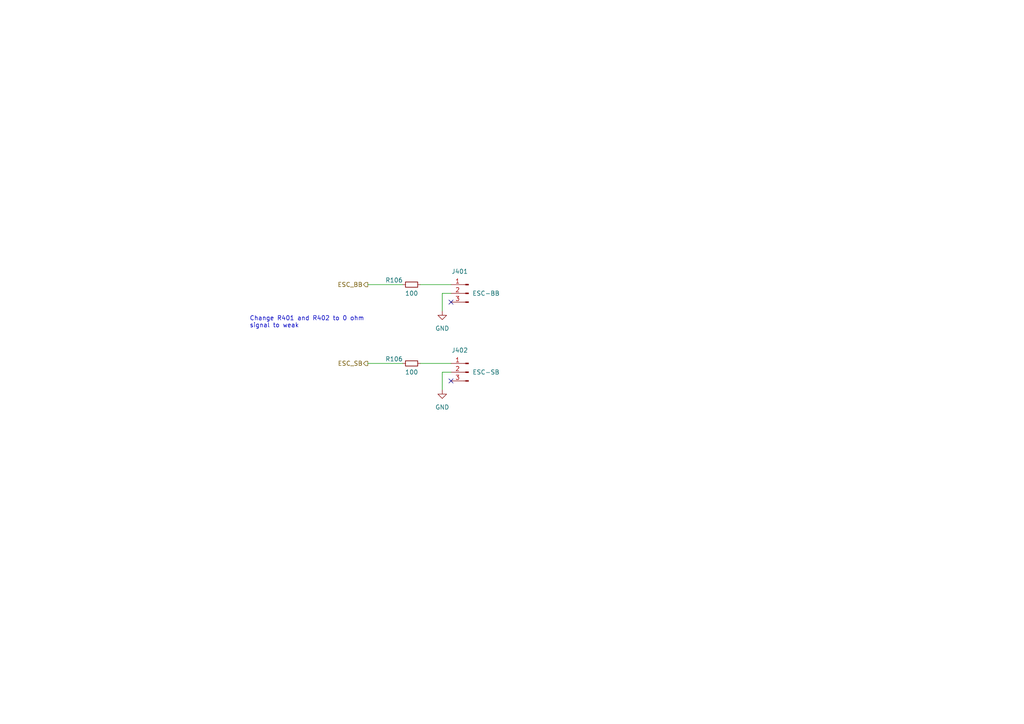
<source format=kicad_sch>
(kicad_sch (version 20230121) (generator eeschema)
  (paper "A4")
  (lib_symbols
    (symbol "Connector:Conn_01x03_Pin" (pin_names (offset 1.016) hide)
      (property "Reference" "J" (at 0 5.08 0))
      (property "Value" "Conn_01x03_Pin" (at 0 -5.08 0))
      (symbol "Conn_01x03_Pin_1_1"
        (polyline (pts (xy 1.27 -2.54) (xy 0.8636 -2.54)) (stroke (width 0.1524)))
        (polyline (pts (xy 1.27 0) (xy 0.8636 0)) (stroke (width 0.1524)))
        (polyline (pts (xy 1.27 2.54) (xy 0.8636 2.54)) (stroke (width 0.1524)))
        (rectangle (start 0.8636 -2.413) (end 0 -2.667) (stroke (width 0.1524)) (fill (type outline)))
        (rectangle (start 0.8636 0.127) (end 0 -0.127) (stroke (width 0.1524)) (fill (type outline)))
        (rectangle (start 0.8636 2.667) (end 0 2.413) (stroke (width 0.1524)) (fill (type outline)))
        (pin passive line (at 5.08 2.54 180) (length 3.81) (name "Pin_1") (number "1"))
        (pin passive line (at 5.08 0 180) (length 3.81) (name "Pin_2") (number "2"))
        (pin passive line (at 5.08 -2.54 180) (length 3.81) (name "Pin_3") (number "3"))
      )
    )
    (symbol "Device:R_Small" (pin_numbers hide) (pin_names (offset 0.254) hide)
      (property "Reference" "R" (at 0.762 0.508 0))
      (property "Value" "R_Small" (at 0.762 -1.016 0))
      (symbol "R_Small_0_1"
        (rectangle (start -0.762 1.778) (end 0.762 -1.778) (stroke (width 0.2032)))
      )
      (symbol "R_Small_1_1"
        (pin passive line (at 0 2.54 270) (length 0.762) (name "~") (number "1"))
        (pin passive line (at 0 -2.54 90) (length 0.762) (name "~") (number "2"))
      )
    )
    (symbol "power:GND" (power) (pin_names (offset 0))
      (property "Value" "GND" (at 0 -3.81 0))
      (symbol "GND_0_1"
        (polyline (pts (xy 0 0) (xy 0 -1.27) (xy 1.27 -1.27) (xy 0 -2.54) (xy -1.27 -1.27) (xy 0 -1.27)))
      )
      (symbol "GND_1_1"
        (pin power_in line (at 0 0 270) (length 0) hide (name "GND") (number "1"))
      )
    )
  )
  (no_connect (at 130.81 110.49))
  (no_connect (at 130.81 87.63))
  (wire (pts (xy 121.92 105.41) (xy 130.81 105.41)))
  (wire (pts (xy 106.68 82.55) (xy 116.84 82.55)))
  (wire (pts (xy 106.68 105.41) (xy 116.84 105.41)))
  (wire (pts (xy 121.92 82.55) (xy 130.81 82.55)))
  (wire (pts (xy 128.27 107.95) (xy 128.27 113.03)))
  (wire (pts (xy 128.27 85.09) (xy 128.27 90.17)))
  (wire (pts (xy 130.81 85.09) (xy 128.27 85.09)))
  (wire (pts (xy 130.81 107.95) (xy 128.27 107.95)))
  (text "Change R401 and R402 to 0 ohm\nsignal to weak" (at 72.39 95.25 0) (effects (font (size 1.27 1.27)) (justify left bottom)))
  (hierarchical_label "ESC_BB" (shape output) (at 106.68 82.55 180))
  (hierarchical_label "ESC_SB" (shape output) (at 106.68 105.41 180))
  (symbol (lib_id "power:GND") (at 128.27 90.17 0) (unit 1)
    (property "Reference" "#PWR0401" (effects hide))
    (property "Value" "GND" (at 128.27 95.25 0))
  )
  (symbol (lib_id "Connector:Conn_01x03_Pin") (at 135.89 107.95 0) (mirror y) (unit 1)
    (property "Reference" "J402" (at 133.35 101.6 0))
    (property "Value" "ESC-SB" (at 140.97 107.95 0))
    (property "Footprint" "Connector_JST:JST_XH_B3B-XH-A_1x03_P2.50mm_Vertical" (effects hide))
    (property "LCSC" "C161870" (effects hide))
  )
  (symbol (lib_id "Device:R_Small") (at 119.38 82.55 90) (unit 1)
    (property "Reference" "R106" (at 114.3 81.28 90))
    (property "Value" "100" (at 119.38 85.09 90))
    (property "Footprint" "A_Device:R_0603" (effects hide))
    (property "LCSC" "C25205" (effects hide))
    (instances (project "Nice-Buoy-V1_0" (path "" (reference "R106") (unit 1)) (path "" (reference "R5") (unit 1)) (path "" (reference "R401") (unit 1))))
  )
  (symbol (lib_id "Connector:Conn_01x03_Pin") (at 135.89 85.09 0) (mirror y) (unit 1)
    (property "Reference" "J401" (at 133.35 78.74 0))
    (property "Value" "ESC-BB" (at 140.97 85.09 0))
    (property "Footprint" "Connector_JST:JST_XH_B3B-XH-A_1x03_P2.50mm_Vertical" (effects hide))
    (property "LCSC" "C161870" (effects hide))
  )
  (symbol (lib_id "Device:R_Small") (at 119.38 105.41 90) (unit 1)
    (property "Reference" "R106" (at 114.3 104.14 90))
    (property "Value" "100" (at 119.38 107.95 90))
    (property "Footprint" "A_Device:R_0603" (effects hide))
    (property "LCSC" "C25205" (effects hide))
    (instances (project "Nice-Buoy-V1_0" (path "" (reference "R106") (unit 1)) (path "" (reference "R5") (unit 1)) (path "" (reference "R402") (unit 1))))
  )
  (symbol (lib_id "power:GND") (at 128.27 113.03 0) (unit 1)
    (property "Reference" "#PWR0402" (effects hide))
    (property "Value" "GND" (at 128.27 118.11 0))
  )
)
</source>
